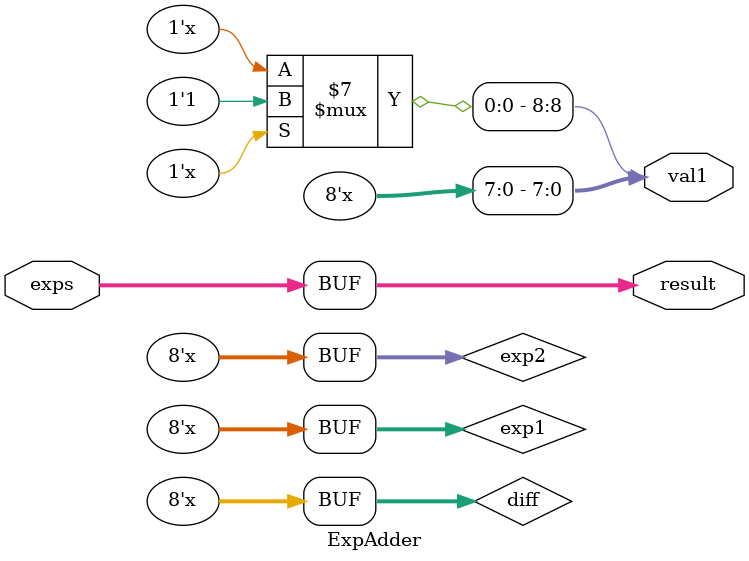
<source format=v>

module ExpAdder(input [15:0] exps, output [8:0] val1, output [15:0] result);
	
	reg [7:0] exp1;
	reg [7:0] exp2;
	reg signed [7:0] diff;

	always @ (exps) begin
		exp1 = 0;
		exp2 = 0;
		result = exps;

		exp1 = exp[7:0];
		exp2 = exp[15:8];
		diff = exp1 - exp2;
		val1[7:0] = diff;

	if (diff <= 0) begin
		val1 = -val1;
		val[8] = 0;
		end

	if (diff > 0) begin
		val1[8] = 1;
		end

	end
endmodule	
	
	

</source>
